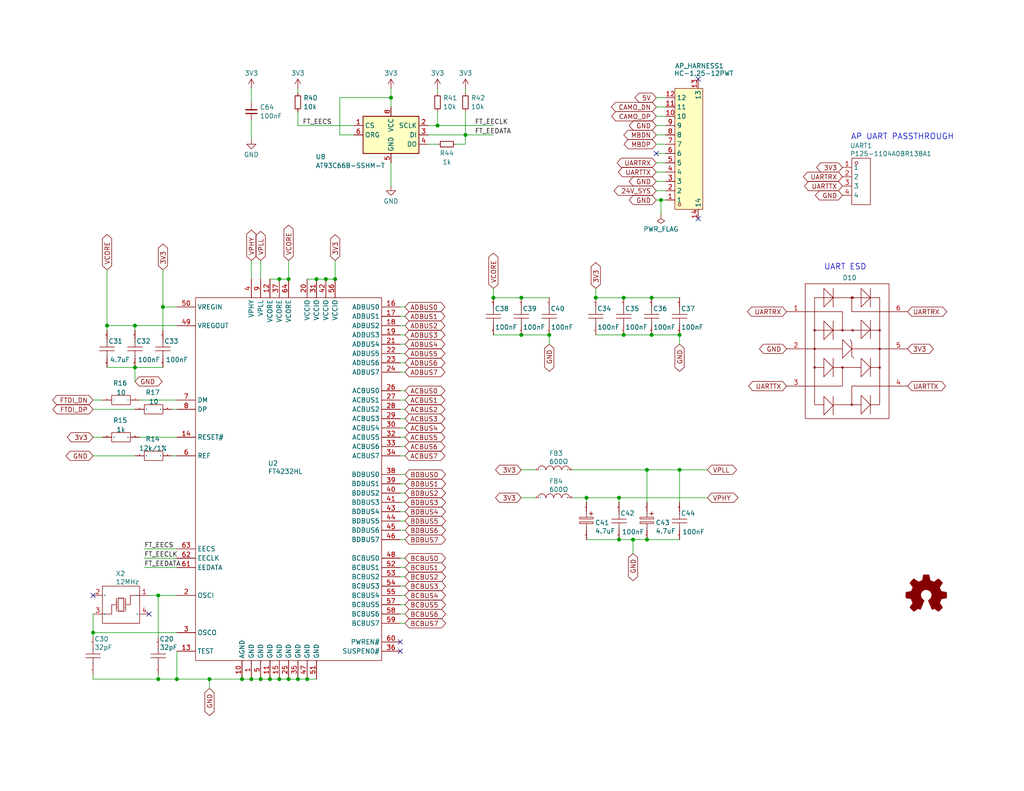
<source format=kicad_sch>
(kicad_sch (version 20231120) (generator "eeschema") (generator_version "8.0")
  (paper "USLetter")
  (title_block (title "X1Plus Expansion Board: X1P-002") (rev "X1P-002-B01"))
  (lib_symbols
    (symbol "4.7uF_1"
      (property "Reference" "C?" (at 0 0 0))
      (symbol "4.7uF_1_1_0"
        (pin unspecified line (at -5.08 0 0) (length 2.54) (name "1") (number "1"))
        (pin unspecified line (at 5.08 0 180) (length 2.54) (name "2") (number "2"))
      )
    )
    (symbol "4.7uF_2"
      (property "Reference" "C?" (at 0 0 0))
      (symbol "4.7uF_2_1_0"
        (pin unspecified line (at -5.08 0 0) (length 2.54) (name "1") (number "1"))
        (pin unspecified line (at 5.08 0 180) (length 2.54) (name "2") (number "2"))
      )
    )
    (symbol "Device:C_Small" (pin_numbers hide) (pin_names (offset 0.254) hide)
      (property "Reference" "C" (at 0.254 1.778 0))
      (property "Value" "C_Small" (at 0.254 -2.032 0))
      (symbol "C_Small_1_1"
        (pin passive line (at 0 2.54 270) (length 2.032) (name "~") (number "1"))
        (pin passive line (at 0 -2.54 90) (length 2.032) (name "~") (number "2"))
      )
    )
    (symbol "Device:R_Small" (pin_numbers hide) (pin_names (offset 0.254) hide)
      (property "Reference" "R" (at 0.762 0.508 0))
      (property "Value" "R_Small" (at 0.762 -1.016 0))
      (symbol "R_Small_1_1"
        (pin passive line (at 0 2.54 270) (length 0.762) (name "~") (number "1"))
        (pin passive line (at 0 -2.54 90) (length 0.762) (name "~") (number "2"))
      )
    )
    (symbol "Graphic:Logo_Open_Hardware_Small" (in_bom no) (on_board no))
    (symbol "Memory_EEPROM:93CxxA"
      (property "Reference" "U5" (at 2.1941 9.2245 0))
      (property "Value" "M93C86-WMN6TP" (at 2.1941 6.8002 0))
      (symbol "93CxxA_1_1"
        (pin input line (at -10.16 2.54 0) (length 2.54) (name "CS") (number "1"))
        (pin input line (at 10.16 2.54 180) (length 2.54) (name "SCLK") (number "2"))
        (pin input line (at 10.16 0 180) (length 2.54) (name "DI") (number "3"))
        (pin tri_state line (at 10.16 -2.54 180) (length 2.54) (name "DO") (number "4"))
        (pin power_in line (at 0 -7.62 90) (length 2.54) (name "GND") (number "5"))
        (pin input line (at -10.16 0 0) (length 2.54) (name "ORG") (number "6"))
        (pin no_connect line (at -7.62 -2.54 0) (length 2.54) hide (name "NC") (number "7"))
        (pin power_in line (at 0 7.62 270) (length 2.54) (name "VCC") (number "8"))
      )
    )
    (symbol "power:+24V" (power) (pin_numbers hide) (pin_names (offset 0) hide)
      (property "Value" "+24V" (at 0 3.556 0))
      (symbol "+24V_1_1"
        (pin power_in line (at 0 0 90) (length 0) (name "~") (number "1"))
      )
    )
    (symbol "power:GND" (power) (pin_numbers hide) (pin_names (offset 0) hide)
      (property "Value" "GND" (at 0 -3.81 0))
      (symbol "GND_1_1"
        (pin power_in line (at 0 0 270) (length 0) (name "~") (number "1"))
      )
    )
    (symbol "power:PWR_FLAG" (power) (pin_numbers hide) (pin_names (offset 0) hide)
      (property "Value" "PWR_FLAG" (at 0 3.81 0))
      (symbol "PWR_FLAG_0_0"
        (pin power_out line (at 0 0 90) (length 0) (name "~") (number "1"))
      )
    )
    (symbol "x1-expander:10"
      (property "Reference" "R?" (at 0 0 0))
      (symbol "10_1_0"
        (pin unspecified line (at -5.08 0 0) (length 2.54) (name "1") (number "1"))
        (pin unspecified line (at 5.08 0 180) (length 2.54) (name "2") (number "2"))
      )
    )
    (symbol "x1-expander:100nF"
      (property "Reference" "C?" (at 0 0 0))
      (symbol "100nF_1_0"
        (pin unspecified line (at -5.08 0 0) (length 2.54) (name "1") (number "1"))
        (pin unspecified line (at 5.08 0 180) (length 2.54) (name "2") (number "2"))
      )
    )
    (symbol "x1-expander:12MHz"
      (property "Reference" "X?" (at 0 0 0))
      (symbol "12MHz_1_0"
        (pin unspecified line (at -7.62 -2.54 0) (length 2.54) (name "OSC1") (number "1"))
        (pin unspecified line (at 7.62 -2.54 180) (length 2.54) (name "GND") (number "2"))
        (pin unspecified line (at 7.62 2.54 180) (length 2.54) (name "OSC2") (number "3"))
        (pin unspecified line (at -7.62 2.54 0) (length 2.54) (name "GND") (number "4"))
      )
    )
    (symbol "x1-expander:12k/1%"
      (property "Reference" "R?" (at 0 0 0))
      (symbol "12k/1%_1_0"
        (pin unspecified line (at -5.08 0 0) (length 2.54) (name "1") (number "1"))
        (pin unspecified line (at 5.08 0 180) (length 2.54) (name "2") (number "2"))
      )
    )
    (symbol "x1-expander:1k"
      (property "Reference" "R?" (at 0 0 0))
      (symbol "1k_1_0"
        (pin unspecified line (at -5.08 0 0) (length 2.54) (name "1") (number "1"))
        (pin unspecified line (at 5.08 0 180) (length 2.54) (name "2") (number "2"))
      )
    )
    (symbol "x1-expander:30pF"
      (property "Reference" "C?" (at 0 0 0))
      (symbol "30pF_1_0"
        (pin unspecified line (at -5.08 0 0) (length 2.54) (name "1") (number "1"))
        (pin unspecified line (at 5.08 0 180) (length 2.54) (name "2") (number "2"))
      )
    )
    (symbol "x1-expander:4.7uF"
      (property "Reference" "C?" (at 0 0 0))
      (symbol "4.7uF_1_0"
        (pin unspecified line (at -5.08 0 0) (length 2.54) (name "1") (number "1"))
        (pin unspecified line (at 5.08 0 180) (length 2.54) (name "2") (number "2"))
      )
    )
    (symbol "x1-expander:600Ω"
      (property "Reference" "FB?" (at 0 0 0))
      (symbol "600Ω_1_0"
        (pin unspecified line (at -5.08 0 0) (length 0.762) (name "1") (number "1"))
        (pin unspecified line (at 5.08 0 180) (length 0.762) (name "2") (number "2"))
      )
    )
    (symbol "x1-expander:FT2232HL"
      (property "Reference" "U?" (at 0 0 0))
      (symbol "FT2232HL_1_0"
        (pin unspecified line (at -10.16 -54.61 90) (length 5.08) (name "GND") (number "1"))
        (pin unspecified line (at -12.7 -54.61 90) (length 5.08) (name "AGND") (number "10"))
        (pin unspecified line (at -5.08 -54.61 90) (length 5.08) (name "GND") (number "11"))
        (pin unspecified line (at -5.08 54.61 270) (length 5.08) (name "VCORE") (number "12"))
        (pin unspecified line (at -30.48 -46.99 0) (length 5.08) (name "TEST") (number "13"))
        (pin unspecified line (at -30.48 11.43 0) (length 5.08) (name "RESET#") (number "14"))
        (pin unspecified line (at -2.54 -54.61 90) (length 5.08) (name "GND") (number "15"))
        (pin bidirectional line (at 30.48 46.99 180) (length 5.08) (name "ADBUS0") (number "16"))
        (pin bidirectional line (at 30.48 44.45 180) (length 5.08) (name "ADBUS1") (number "17"))
        (pin bidirectional line (at 30.48 41.91 180) (length 5.08) (name "ADBUS2") (number "18"))
        (pin bidirectional line (at 30.48 39.37 180) (length 5.08) (name "ADBUS3") (number "19"))
        (pin unspecified line (at -30.48 -31.75 0) (length 5.08) (name "OSCI") (number "2"))
        (pin unspecified line (at 5.08 54.61 270) (length 5.08) (name "VCCIO") (number "20"))
        (pin bidirectional line (at 30.48 36.83 180) (length 5.08) (name "ADBUS4") (number "21"))
        (pin bidirectional line (at 30.48 34.29 180) (length 5.08) (name "ADBUS5") (number "22"))
        (pin bidirectional line (at 30.48 31.75 180) (length 5.08) (name "ADBUS6") (number "23"))
        (pin bidirectional line (at 30.48 29.21 180) (length 5.08) (name "ADBUS7") (number "24"))
        (pin unspecified line (at 0 -54.61 90) (length 5.08) (name "GND") (number "25"))
        (pin bidirectional line (at 30.48 24.13 180) (length 5.08) (name "ACBUS0") (number "26"))
        (pin bidirectional line (at 30.48 21.59 180) (length 5.08) (name "ACBUS1") (number "27"))
        (pin bidirectional line (at 30.48 19.05 180) (length 5.08) (name "ACBUS2") (number "28"))
        (pin bidirectional line (at 30.48 16.51 180) (length 5.08) (name "ACBUS3") (number "29"))
        (pin output line (at -30.48 -41.91 0) (length 5.08) (name "OSCO") (number "3"))
        (pin bidirectional line (at 30.48 13.97 180) (length 5.08) (name "ACBUS4") (number "30"))
        (pin unspecified line (at 7.62 54.61 270) (length 5.08) (name "VCCIO") (number "31"))
        (pin bidirectional line (at 30.48 11.43 180) (length 5.08) (name "ACBUS5") (number "32"))
        (pin bidirectional line (at 30.48 8.89 180) (length 5.08) (name "ACBUS6") (number "33"))
        (pin bidirectional line (at 30.48 6.35 180) (length 5.08) (name "ACBUS7") (number "34"))
        (pin unspecified line (at 2.54 -54.61 90) (length 5.08) (name "GND") (number "35"))
        (pin output line (at 30.48 -46.99 180) (length 5.08) (name "SUSPEND#") (number "36"))
        (pin unspecified line (at -2.54 54.61 270) (length 5.08) (name "VCORE") (number "37"))
        (pin bidirectional line (at 30.48 1.27 180) (length 5.08) (name "BDBUS0") (number "38"))
        (pin bidirectional line (at 30.48 -1.27 180) (length 5.08) (name "BDBUS1") (number "39"))
        (pin unspecified line (at -10.16 54.61 270) (length 5.08) (name "VPHY") (number "4"))
        (pin bidirectional line (at 30.48 -3.81 180) (length 5.08) (name "BDBUS2") (number "40"))
        (pin bidirectional line (at 30.48 -6.35 180) (length 5.08) (name "BDBUS3") (number "41"))
        (pin unspecified line (at 10.16 54.61 270) (length 5.08) (name "VCCIO") (number "42"))
        (pin bidirectional line (at 30.48 -8.89 180) (length 5.08) (name "BDBUS4") (number "43"))
        (pin bidirectional line (at 30.48 -11.43 180) (length 5.08) (name "BDBUS5") (number "44"))
        (pin bidirectional line (at 30.48 -13.97 180) (length 5.08) (name "BDBUS6") (number "45"))
        (pin bidirectional line (at 30.48 -16.51 180) (length 5.08) (name "BDBUS7") (number "46"))
        (pin unspecified line (at 5.08 -54.61 90) (length 5.08) (name "GND") (number "47"))
        (pin bidirectional line (at 30.48 -21.59 180) (length 5.08) (name "BCBUS0") (number "48"))
        (pin unspecified line (at -30.48 41.91 0) (length 5.08) (name "VREGOUT") (number "49"))
        (pin unspecified line (at -7.62 -54.61 90) (length 5.08) (name "GND") (number "5"))
        (pin unspecified line (at -30.48 46.99 0) (length 5.08) (name "VREGIN") (number "50"))
        (pin unspecified line (at 7.62 -54.61 90) (length 5.08) (name "GND") (number "51"))
        (pin bidirectional line (at 30.48 -24.13 180) (length 5.08) (name "BCBUS1") (number "52"))
        (pin bidirectional line (at 30.48 -26.67 180) (length 5.08) (name "BCBUS2") (number "53"))
        (pin bidirectional line (at 30.48 -29.21 180) (length 5.08) (name "BCBUS3") (number "54"))
        (pin bidirectional line (at 30.48 -31.75 180) (length 5.08) (name "BCBUS4") (number "55"))
        (pin unspecified line (at 12.7 54.61 270) (length 5.08) (name "VCCIO") (number "56"))
        (pin bidirectional line (at 30.48 -34.29 180) (length 5.08) (name "BCBUS5") (number "57"))
        (pin bidirectional line (at 30.48 -36.83 180) (length 5.08) (name "BCBUS6") (number "58"))
        (pin bidirectional line (at 30.48 -39.37 180) (length 5.08) (name "BCBUS7") (number "59"))
        (pin unspecified line (at -30.48 6.35 0) (length 5.08) (name "REF") (number "6"))
        (pin output line (at 30.48 -44.45 180) (length 5.08) (name "PWREN#") (number "60"))
        (pin bidirectional line (at -30.48 -24.13 0) (length 5.08) (name "EEDATA") (number "61"))
        (pin output line (at -30.48 -21.59 0) (length 5.08) (name "EECLK") (number "62"))
        (pin bidirectional line (at -30.48 -19.05 0) (length 5.08) (name "EECS") (number "63"))
        (pin unspecified line (at 0 54.61 270) (length 5.08) (name "VCORE") (number "64"))
        (pin unspecified line (at -30.48 21.59 0) (length 5.08) (name "DM") (number "7"))
        (pin unspecified line (at -30.48 19.05 0) (length 5.08) (name "DP") (number "8"))
        (pin unspecified line (at -7.62 54.61 270) (length 5.08) (name "VPLL") (number "9"))
      )
    )
    (symbol "x1-expander:HC-1.25-12PWT"
      (property "Reference" "CN" (at 0 24.13 0))
      (property "Value" "HC-1.25-12PWT" (at 0 -24.13 0))
      (symbol "HC-1.25-12PWT_0_1"
        (pin unspecified line (at -5.08 13.97 0) (length 2.54) (name "1") (number "1"))
        (pin unspecified line (at -5.08 -8.89 0) (length 2.54) (name "10") (number "10"))
        (pin unspecified line (at -5.08 -11.43 0) (length 2.54) (name "11") (number "11"))
        (pin unspecified line (at -5.08 -13.97 0) (length 2.54) (name "12") (number "12"))
        (pin unspecified line (at 3.81 -19.05 90) (length 2.54) (name "13") (number "13"))
        (pin unspecified line (at 3.81 19.05 270) (length 2.54) (name "14") (number "14"))
        (pin unspecified line (at -5.08 11.43 0) (length 2.54) (name "2") (number "2"))
        (pin unspecified line (at -5.08 8.89 0) (length 2.54) (name "3") (number "3"))
        (pin unspecified line (at -5.08 6.35 0) (length 2.54) (name "4") (number "4"))
        (pin unspecified line (at -5.08 3.81 0) (length 2.54) (name "5") (number "5"))
        (pin unspecified line (at -5.08 1.27 0) (length 2.54) (name "6") (number "6"))
        (pin unspecified line (at -5.08 -1.27 0) (length 2.54) (name "7") (number "7"))
        (pin unspecified line (at -5.08 -3.81 0) (length 2.54) (name "8") (number "8"))
        (pin unspecified line (at -5.08 -6.35 0) (length 2.54) (name "9") (number "9"))
      )
    )
    (symbol "x1-expander:P125-1104A0BR138A1"
      (property "Reference" "UART?" (at 0 0 0))
      (symbol "P125-1104A0BR138A1_1_0"
        (pin unspecified line (at -5.08 3.81 0) (length 2.54) (name "1") (number "1"))
        (pin unspecified line (at -5.08 1.27 0) (length 2.54) (name "2") (number "2"))
        (pin unspecified line (at -5.08 -1.27 0) (length 2.54) (name "3") (number "3"))
        (pin unspecified line (at -5.08 -3.81 0) (length 2.54) (name "4") (number "4"))
      )
    )
    (symbol "x1-expander:SRV05-4.TCT_C2687126"
      (property "Reference" "D?" (at 0 0 0))
      (symbol "SRV05-4.TCT_C2687126_1_0"
        (pin input line (at -10.16 -16.51 90) (length 5.08) (name "1") (number "1"))
        (pin input line (at 0 -16.51 90) (length 5.08) (name "2") (number "2"))
        (pin input line (at 10.16 -16.51 90) (length 5.08) (name "3") (number "3"))
        (pin input line (at 10.16 16.51 270) (length 5.08) (name "4") (number "4"))
        (pin input line (at 0 16.51 270) (length 5.08) (name "5") (number "5"))
        (pin input line (at -10.16 16.51 270) (length 5.08) (name "6") (number "6"))
      )
    )
  )
  (junction (at 73.66 185.42))
  (junction (at 78.74 185.42))
  (junction (at 29.21 88.9))
  (junction (at 170.18 81.28))
  (junction (at 78.74 76.2))
  (junction (at 168.91 147.32))
  (junction (at 168.91 135.89))
  (junction (at 88.9 76.2))
  (junction (at 176.53 128.27))
  (junction (at 68.58 185.42))
  (junction (at 172.72 147.32))
  (junction (at 36.83 88.9))
  (junction (at 81.28 185.42))
  (junction (at 57.15 185.42))
  (junction (at 177.8 91.44))
  (junction (at 170.18 91.44))
  (junction (at 106.68 26.67))
  (junction (at 185.42 128.27))
  (junction (at 44.45 83.82))
  (junction (at 176.53 147.32))
  (junction (at 66.04 185.42))
  (junction (at 134.62 81.28))
  (junction (at 185.42 91.44))
  (junction (at 48.26 185.42))
  (junction (at 83.82 185.42))
  (junction (at 119.38 34.29))
  (junction (at 180.34 54.61))
  (junction (at 25.4 172.72))
  (junction (at 91.44 76.2))
  (junction (at 162.56 81.28))
  (junction (at 177.8 81.28))
  (junction (at 142.24 81.28))
  (junction (at 142.24 91.44))
  (junction (at 86.36 76.2))
  (junction (at 149.86 91.44))
  (junction (at 36.83 100.33))
  (junction (at 71.12 185.42))
  (junction (at 43.18 162.56))
  (junction (at 160.02 135.89))
  (junction (at 76.2 76.2))
  (junction (at 43.18 185.42))
  (junction (at 76.2 185.42))
  (junction (at 127 36.83))
  (no_connect (at 190.5 21.59))
  (no_connect (at 109.22 177.8))
  (no_connect (at 179.07 41.91))
  (no_connect (at 109.22 175.26))
  (no_connect (at 25.4 162.56))
  (no_connect (at 40.64 167.64))
  (no_connect (at 190.5 59.69))
  (wire (pts (xy 185.42 137.16) (xy 185.42 128.27)))
  (wire (pts (xy 185.42 93.98) (xy 185.42 91.44)))
  (wire (pts (xy 127 30.48) (xy 127 36.83)))
  (wire (pts (xy 88.9 76.2) (xy 86.36 76.2)))
  (wire (pts (xy 68.58 76.2) (xy 68.58 71.12)))
  (wire (pts (xy 110.49 154.94) (xy 109.22 154.94)))
  (wire (pts (xy 181.61 29.21) (xy 179.07 29.21)))
  (wire (pts (xy 25.4 111.76) (xy 36.83 111.76)))
  (wire (pts (xy 181.61 54.61) (xy 180.34 54.61)))
  (wire (pts (xy 25.4 167.64) (xy 25.4 172.72)))
  (wire (pts (xy 68.58 33.02) (xy 68.58 38.1)))
  (wire (pts (xy 44.45 100.33) (xy 36.83 100.33)))
  (wire (pts (xy 168.91 137.16) (xy 168.91 135.89)))
  (wire (pts (xy 81.28 30.48) (xy 81.28 34.29)))
  (wire (pts (xy 91.44 71.12) (xy 91.44 76.2)))
  (wire (pts (xy 134.62 81.28) (xy 142.24 81.28)))
  (wire (pts (xy 29.21 90.17) (xy 29.21 88.9)))
  (wire (pts (xy 110.49 134.62) (xy 109.22 134.62)))
  (wire (pts (xy 39.37 149.86) (xy 48.26 149.86)))
  (wire (pts (xy 119.38 30.48) (xy 119.38 34.29)))
  (wire (pts (xy 110.49 121.92) (xy 109.22 121.92)))
  (wire (pts (xy 149.86 91.44) (xy 142.24 91.44)))
  (wire (pts (xy 160.02 147.32) (xy 168.91 147.32)))
  (wire (pts (xy 177.8 91.44) (xy 170.18 91.44)))
  (wire (pts (xy 110.49 165.1) (xy 109.22 165.1)))
  (wire (pts (xy 180.34 54.61) (xy 180.34 58.42)))
  (wire (pts (xy 71.12 185.42) (xy 73.66 185.42)))
  (wire (pts (xy 38.1 109.22) (xy 48.26 109.22)))
  (wire (pts (xy 71.12 76.2) (xy 71.12 71.12)))
  (wire (pts (xy 168.91 147.32) (xy 172.72 147.32)))
  (wire (pts (xy 68.58 24.13) (xy 68.58 27.94)))
  (wire (pts (xy 149.86 93.98) (xy 149.86 91.44)))
  (wire (pts (xy 156.21 128.27) (xy 176.53 128.27)))
  (wire (pts (xy 124.46 39.37) (xy 127 39.37)))
  (wire (pts (xy 83.82 185.42) (xy 86.36 185.42)))
  (wire (pts (xy 81.28 185.42) (xy 83.82 185.42)))
  (wire (pts (xy 36.83 104.14) (xy 36.83 100.33)))
  (wire (pts (xy 181.61 31.75) (xy 179.07 31.75)))
  (wire (pts (xy 86.36 76.2) (xy 83.82 76.2)))
  (wire (pts (xy 106.68 44.45) (xy 106.68 50.8)))
  (wire (pts (xy 110.49 160.02) (xy 109.22 160.02)))
  (wire (pts (xy 177.8 81.28) (xy 170.18 81.28)))
  (wire (pts (xy 48.26 154.94) (xy 39.37 154.94)))
  (wire (pts (xy 127 36.83) (xy 134.62 36.83)))
  (wire (pts (xy 25.4 185.42) (xy 43.18 185.42)))
  (wire (pts (xy 96.52 34.29) (xy 81.28 34.29)))
  (wire (pts (xy 193.04 135.89) (xy 168.91 135.89)))
  (wire (pts (xy 172.72 151.13) (xy 172.72 147.32)))
  (wire (pts (xy 110.49 142.24) (xy 109.22 142.24)))
  (wire (pts (xy 116.84 36.83) (xy 127 36.83)))
  (wire (pts (xy 181.61 41.91) (xy 179.07 41.91)))
  (wire (pts (xy 68.58 185.42) (xy 71.12 185.42)))
  (wire (pts (xy 106.68 26.67) (xy 106.68 29.21)))
  (wire (pts (xy 110.49 109.22) (xy 109.22 109.22)))
  (wire (pts (xy 78.74 76.2) (xy 76.2 76.2)))
  (wire (pts (xy 25.4 124.46) (xy 36.83 124.46)))
  (wire (pts (xy 119.38 24.13) (xy 119.38 25.4)))
  (wire (pts (xy 43.18 185.42) (xy 48.26 185.42)))
  (wire (pts (xy 181.61 34.29) (xy 179.07 34.29)))
  (wire (pts (xy 110.49 93.98) (xy 109.22 93.98)))
  (wire (pts (xy 76.2 185.42) (xy 78.74 185.42)))
  (wire (pts (xy 179.07 52.07) (xy 181.61 52.07)))
  (wire (pts (xy 91.44 76.2) (xy 88.9 76.2)))
  (wire (pts (xy 181.61 26.67) (xy 179.07 26.67)))
  (wire (pts (xy 48.26 88.9) (xy 36.83 88.9)))
  (wire (pts (xy 110.49 162.56) (xy 109.22 162.56)))
  (wire (pts (xy 170.18 91.44) (xy 162.56 91.44)))
  (wire (pts (xy 48.26 162.56) (xy 43.18 162.56)))
  (wire (pts (xy 110.49 170.18) (xy 109.22 170.18)))
  (wire (pts (xy 66.04 185.42) (xy 68.58 185.42)))
  (wire (pts (xy 181.61 49.53) (xy 179.07 49.53)))
  (wire (pts (xy 110.49 137.16) (xy 109.22 137.16)))
  (wire (pts (xy 110.49 124.46) (xy 109.22 124.46)))
  (wire (pts (xy 25.4 172.72) (xy 48.26 172.72)))
  (wire (pts (xy 25.4 184.15) (xy 25.4 185.42)))
  (wire (pts (xy 127 24.13) (xy 127 25.4)))
  (wire (pts (xy 110.49 106.68) (xy 109.22 106.68)))
  (wire (pts (xy 110.49 91.44) (xy 109.22 91.44)))
  (wire (pts (xy 57.15 185.42) (xy 66.04 185.42)))
  (wire (pts (xy 29.21 73.66) (xy 29.21 88.9)))
  (wire (pts (xy 134.62 78.74) (xy 134.62 81.28)))
  (wire (pts (xy 146.05 135.89) (xy 142.24 135.89)))
  (wire (pts (xy 44.45 90.17) (xy 44.45 83.82)))
  (wire (pts (xy 92.71 36.83) (xy 92.71 26.67)))
  (wire (pts (xy 168.91 135.89) (xy 160.02 135.89)))
  (wire (pts (xy 142.24 128.27) (xy 146.05 128.27)))
  (wire (pts (xy 48.26 177.8) (xy 48.26 185.42)))
  (wire (pts (xy 43.18 173.99) (xy 43.18 162.56)))
  (wire (pts (xy 176.53 137.16) (xy 176.53 128.27)))
  (wire (pts (xy 43.18 162.56) (xy 40.64 162.56)))
  (wire (pts (xy 176.53 147.32) (xy 185.42 147.32)))
  (wire (pts (xy 43.18 184.15) (xy 43.18 185.42)))
  (wire (pts (xy 110.49 111.76) (xy 109.22 111.76)))
  (wire (pts (xy 25.4 109.22) (xy 27.94 109.22)))
  (wire (pts (xy 96.52 36.83) (xy 92.71 36.83)))
  (wire (pts (xy 110.49 99.06) (xy 109.22 99.06)))
  (wire (pts (xy 185.42 128.27) (xy 193.04 128.27)))
  (wire (pts (xy 57.15 187.96) (xy 57.15 185.42)))
  (wire (pts (xy 81.28 24.13) (xy 81.28 25.4)))
  (wire (pts (xy 181.61 39.37) (xy 179.07 39.37)))
  (wire (pts (xy 106.68 24.13) (xy 106.68 26.67)))
  (wire (pts (xy 176.53 128.27) (xy 185.42 128.27)))
  (wire (pts (xy 119.38 34.29) (xy 134.62 34.29)))
  (wire (pts (xy 25.4 119.38) (xy 27.94 119.38)))
  (wire (pts (xy 110.49 147.32) (xy 109.22 147.32)))
  (wire (pts (xy 46.99 124.46) (xy 48.26 124.46)))
  (wire (pts (xy 110.49 152.4) (xy 109.22 152.4)))
  (wire (pts (xy 172.72 147.32) (xy 176.53 147.32)))
  (wire (pts (xy 25.4 173.99) (xy 25.4 172.72)))
  (wire (pts (xy 110.49 129.54) (xy 109.22 129.54)))
  (wire (pts (xy 36.83 88.9) (xy 36.83 90.17)))
  (wire (pts (xy 156.21 135.89) (xy 160.02 135.89)))
  (wire (pts (xy 29.21 88.9) (xy 36.83 88.9)))
  (wire (pts (xy 44.45 73.66) (xy 44.45 83.82)))
  (wire (pts (xy 38.1 119.38) (xy 48.26 119.38)))
  (wire (pts (xy 181.61 36.83) (xy 179.07 36.83)))
  (wire (pts (xy 110.49 139.7) (xy 109.22 139.7)))
  (wire (pts (xy 73.66 185.42) (xy 76.2 185.42)))
  (wire (pts (xy 110.49 157.48) (xy 109.22 157.48)))
  (wire (pts (xy 185.42 91.44) (xy 177.8 91.44)))
  (wire (pts (xy 185.42 81.28) (xy 177.8 81.28)))
  (wire (pts (xy 110.49 114.3) (xy 109.22 114.3)))
  (wire (pts (xy 110.49 119.38) (xy 109.22 119.38)))
  (wire (pts (xy 116.84 39.37) (xy 119.38 39.37)))
  (wire (pts (xy 110.49 116.84) (xy 109.22 116.84)))
  (wire (pts (xy 48.26 185.42) (xy 57.15 185.42)))
  (wire (pts (xy 110.49 132.08) (xy 109.22 132.08)))
  (wire (pts (xy 76.2 76.2) (xy 73.66 76.2)))
  (wire (pts (xy 39.37 152.4) (xy 48.26 152.4)))
  (wire (pts (xy 110.49 88.9) (xy 109.22 88.9)))
  (wire (pts (xy 170.18 81.28) (xy 162.56 81.28)))
  (wire (pts (xy 116.84 34.29) (xy 119.38 34.29)))
  (wire (pts (xy 142.24 91.44) (xy 134.62 91.44)))
  (wire (pts (xy 127 39.37) (xy 127 36.83)))
  (wire (pts (xy 36.83 100.33) (xy 29.21 100.33)))
  (wire (pts (xy 160.02 135.89) (xy 160.02 137.16)))
  (wire (pts (xy 44.45 83.82) (xy 48.26 83.82)))
  (wire (pts (xy 110.49 96.52) (xy 109.22 96.52)))
  (wire (pts (xy 181.61 44.45) (xy 179.07 44.45)))
  (wire (pts (xy 142.24 81.28) (xy 149.86 81.28)))
  (wire (pts (xy 110.49 101.6) (xy 109.22 101.6)))
  (wire (pts (xy 110.49 86.36) (xy 109.22 86.36)))
  (wire (pts (xy 162.56 81.28) (xy 162.56 78.74)))
  (wire (pts (xy 92.71 26.67) (xy 106.68 26.67)))
  (wire (pts (xy 110.49 167.64) (xy 109.22 167.64)))
  (wire (pts (xy 180.34 54.61) (xy 179.07 54.61)))
  (wire (pts (xy 110.49 83.82) (xy 109.22 83.82)))
  (wire (pts (xy 78.74 71.12) (xy 78.74 76.2)))
  (wire (pts (xy 46.99 111.76) (xy 48.26 111.76)))
  (wire (pts (xy 181.61 46.99) (xy 179.07 46.99)))
  (wire (pts (xy 78.74 185.42) (xy 81.28 185.42)))
  (wire (pts (xy 110.49 144.78) (xy 109.22 144.78)))
  (text "UART ESD" (at 224.79 73.914 0) (effects (font (size 1.5748 1.5748)) (justify left bottom)))
  (text "AP UART PASSTHROUGH" (at 232.156 38.354 0) (effects (font (size 1.5748 1.5748)) (justify left bottom)))
  (label "FT_EEDATA" (at 129.54 36.83 0))
  (label "FT_EECS" (at 82.55 34.29 0))
  (label "FT_EEDATA" (at 39.37 154.94 0))
  (label "FT_EECLK" (at 129.54 34.29 0))
  (label "FT_EECS" (at 39.37 149.86 0))
  (label "FT_EECLK" (at 39.37 152.4 0))
  (global_label "ADBUS7" (shape bidirectional) (at 110.49 101.6 0) (property "Intersheetrefs" "${INTERSHEET_REFS}" (effects (hide yes))))
  (global_label "BDBUS4" (shape bidirectional) (at 110.49 139.7 0) (property "Intersheetrefs" "${INTERSHEET_REFS}" (effects (hide yes))))
  (global_label "FTDI_DP" (shape bidirectional) (at 25.4 111.76 180) (property "Intersheetrefs" "${INTERSHEET_REFS}" (effects (hide yes))))
  (global_label "3V3" (shape bidirectional) (at 247.65 95.25 0) (property "Intersheetrefs" "${INTERSHEET_REFS}" (effects (hide yes))))
  (global_label "UARTTX" (shape bidirectional) (at 229.87 50.8 180) (property "Intersheetrefs" "${INTERSHEET_REFS}" (effects (hide yes))))
  (global_label "24V_SYS" (shape bidirectional) (at 179.07 52.07 180) (property "Intersheetrefs" "${INTERSHEET_REFS}" (effects (hide yes))))
  (global_label "ACBUS4" (shape bidirectional) (at 110.49 116.84 0) (property "Intersheetrefs" "${INTERSHEET_REFS}" (effects (hide yes))))
  (global_label "ADBUS3" (shape bidirectional) (at 110.49 91.44 0) (property "Intersheetrefs" "${INTERSHEET_REFS}" (effects (hide yes))))
  (global_label "BDBUS3" (shape bidirectional) (at 110.49 137.16 0) (property "Intersheetrefs" "${INTERSHEET_REFS}" (effects (hide yes))))
  (global_label "BCBUS7" (shape bidirectional) (at 110.49 170.18 0) (property "Intersheetrefs" "${INTERSHEET_REFS}" (effects (hide yes))))
  (global_label "ACBUS1" (shape bidirectional) (at 110.49 109.22 0) (property "Intersheetrefs" "${INTERSHEET_REFS}" (effects (hide yes))))
  (global_label "ACBUS7" (shape bidirectional) (at 110.49 124.46 0) (property "Intersheetrefs" "${INTERSHEET_REFS}" (effects (hide yes))))
  (global_label "UARTTX" (shape bidirectional) (at 179.07 46.99 180) (property "Intersheetrefs" "${INTERSHEET_REFS}" (effects (hide yes))))
  (global_label "VPLL" (shape bidirectional) (at 193.04 128.27 0) (property "Intersheetrefs" "${INTERSHEET_REFS}" (effects (hide yes))))
  (global_label "3V3" (shape bidirectional) (at 229.87 45.72 180) (property "Intersheetrefs" "${INTERSHEET_REFS}" (effects (hide yes))))
  (global_label "ADBUS6" (shape bidirectional) (at 110.49 99.06 0) (property "Intersheetrefs" "${INTERSHEET_REFS}" (effects (hide yes))))
  (global_label "GND" (shape bidirectional) (at 149.86 93.98 270) (property "Intersheetrefs" "${INTERSHEET_REFS}" (effects (hide yes))))
  (global_label "GND" (shape bidirectional) (at 172.72 151.13 270) (property "Intersheetrefs" "${INTERSHEET_REFS}" (effects (hide yes))))
  (global_label "3V3" (shape bidirectional) (at 25.4 119.38 180) (property "Intersheetrefs" "${INTERSHEET_REFS}" (effects (hide yes))))
  (global_label "ADBUS1" (shape bidirectional) (at 110.49 86.36 0) (property "Intersheetrefs" "${INTERSHEET_REFS}" (effects (hide yes))))
  (global_label "5V" (shape bidirectional) (at 179.07 26.67 180) (property "Intersheetrefs" "${INTERSHEET_REFS}" (effects (hide yes))))
  (global_label "GND" (shape bidirectional) (at 179.07 34.29 180) (property "Intersheetrefs" "${INTERSHEET_REFS}" (effects (hide yes))))
  (global_label "UARTRX" (shape bidirectional) (at 214.63 85.09 180) (property "Intersheetrefs" "${INTERSHEET_REFS}" (effects (hide yes))))
  (global_label "MBDN" (shape bidirectional) (at 179.07 36.83 180) (property "Intersheetrefs" "${INTERSHEET_REFS}" (effects (hide yes))))
  (global_label "GND" (shape bidirectional) (at 179.07 54.61 180) (property "Intersheetrefs" "${INTERSHEET_REFS}" (effects (hide yes))))
  (global_label "GND" (shape bidirectional) (at 214.63 95.25 180) (property "Intersheetrefs" "${INTERSHEET_REFS}" (effects (hide yes))))
  (global_label "VPHY" (shape bidirectional) (at 68.58 71.12 90) (property "Intersheetrefs" "${INTERSHEET_REFS}" (effects (hide yes))))
  (global_label "BDBUS5" (shape bidirectional) (at 110.49 142.24 0) (property "Intersheetrefs" "${INTERSHEET_REFS}" (effects (hide yes))))
  (global_label "CAMO_DP" (shape bidirectional) (at 179.07 31.75 180) (property "Intersheetrefs" "${INTERSHEET_REFS}" (effects (hide yes))))
  (global_label "3V3" (shape bidirectional) (at 91.44 71.12 90) (property "Intersheetrefs" "${INTERSHEET_REFS}" (effects (hide yes))))
  (global_label "BCBUS4" (shape bidirectional) (at 110.49 162.56 0) (property "Intersheetrefs" "${INTERSHEET_REFS}" (effects (hide yes))))
  (global_label "GND" (shape bidirectional) (at 179.07 49.53 180) (property "Intersheetrefs" "${INTERSHEET_REFS}" (effects (hide yes))))
  (global_label "BCBUS5" (shape bidirectional) (at 110.49 165.1 0) (property "Intersheetrefs" "${INTERSHEET_REFS}" (effects (hide yes))))
  (global_label "VCORE" (shape bidirectional) (at 134.62 78.74 90) (property "Intersheetrefs" "${INTERSHEET_REFS}" (effects (hide yes))))
  (global_label "VPLL" (shape bidirectional) (at 71.12 71.12 90) (property "Intersheetrefs" "${INTERSHEET_REFS}" (effects (hide yes))))
  (global_label "GND" (shape bidirectional) (at 57.15 187.96 270) (property "Intersheetrefs" "${INTERSHEET_REFS}" (effects (hide yes))))
  (global_label "ACBUS5" (shape bidirectional) (at 110.49 119.38 0) (property "Intersheetrefs" "${INTERSHEET_REFS}" (effects (hide yes))))
  (global_label "BDBUS7" (shape bidirectional) (at 110.49 147.32 0) (property "Intersheetrefs" "${INTERSHEET_REFS}" (effects (hide yes))))
  (global_label "UARTTX" (shape bidirectional) (at 247.65 105.41 0) (property "Intersheetrefs" "${INTERSHEET_REFS}" (effects (hide yes))))
  (global_label "CAMO_DN" (shape bidirectional) (at 179.07 29.21 180) (property "Intersheetrefs" "${INTERSHEET_REFS}" (effects (hide yes))))
  (global_label "MBDP" (shape bidirectional) (at 179.07 39.37 180) (property "Intersheetrefs" "${INTERSHEET_REFS}" (effects (hide yes))))
  (global_label "GND" (shape bidirectional) (at 185.42 93.98 270) (property "Intersheetrefs" "${INTERSHEET_REFS}" (effects (hide yes))))
  (global_label "BDBUS2" (shape bidirectional) (at 110.49 134.62 0) (property "Intersheetrefs" "${INTERSHEET_REFS}" (effects (hide yes))))
  (global_label "3V3" (shape bidirectional) (at 44.45 73.66 90) (property "Intersheetrefs" "${INTERSHEET_REFS}" (effects (hide yes))))
  (global_label "BCBUS3" (shape bidirectional) (at 110.49 160.02 0) (property "Intersheetrefs" "${INTERSHEET_REFS}" (effects (hide yes))))
  (global_label "ACBUS6" (shape bidirectional) (at 110.49 121.92 0) (property "Intersheetrefs" "${INTERSHEET_REFS}" (effects (hide yes))))
  (global_label "VCORE" (shape bidirectional) (at 78.74 71.12 90) (property "Intersheetrefs" "${INTERSHEET_REFS}" (effects (hide yes))))
  (global_label "ADBUS0" (shape bidirectional) (at 110.49 83.82 0) (property "Intersheetrefs" "${INTERSHEET_REFS}" (effects (hide yes))))
  (global_label "GND" (shape bidirectional) (at 229.87 53.34 180) (property "Intersheetrefs" "${INTERSHEET_REFS}" (effects (hide yes))))
  (global_label "VCORE" (shape bidirectional) (at 29.21 73.66 90) (property "Intersheetrefs" "${INTERSHEET_REFS}" (effects (hide yes))))
  (global_label "ADBUS2" (shape bidirectional) (at 110.49 88.9 0) (property "Intersheetrefs" "${INTERSHEET_REFS}" (effects (hide yes))))
  (global_label "BCBUS6" (shape bidirectional) (at 110.49 167.64 0) (property "Intersheetrefs" "${INTERSHEET_REFS}" (effects (hide yes))))
  (global_label "UARTRX" (shape bidirectional) (at 229.87 48.26 180) (property "Intersheetrefs" "${INTERSHEET_REFS}" (effects (hide yes))))
  (global_label "ADBUS4" (shape bidirectional) (at 110.49 93.98 0) (property "Intersheetrefs" "${INTERSHEET_REFS}" (effects (hide yes))))
  (global_label "3V3" (shape bidirectional) (at 162.56 78.74 90) (property "Intersheetrefs" "${INTERSHEET_REFS}" (effects (hide yes))))
  (global_label "VPHY" (shape bidirectional) (at 193.04 135.89 0) (property "Intersheetrefs" "${INTERSHEET_REFS}" (effects (hide yes))))
  (global_label "BCBUS1" (shape bidirectional) (at 110.49 154.94 0) (property "Intersheetrefs" "${INTERSHEET_REFS}" (effects (hide yes))))
  (global_label "UARTRX" (shape bidirectional) (at 179.07 44.45 180) (property "Intersheetrefs" "${INTERSHEET_REFS}" (effects (hide yes))))
  (global_label "BDBUS0" (shape bidirectional) (at 110.49 129.54 0) (property "Intersheetrefs" "${INTERSHEET_REFS}" (effects (hide yes))))
  (global_label "UARTRX" (shape bidirectional) (at 247.65 85.09 0) (property "Intersheetrefs" "${INTERSHEET_REFS}" (effects (hide yes))))
  (global_label "BDBUS6" (shape bidirectional) (at 110.49 144.78 0) (property "Intersheetrefs" "${INTERSHEET_REFS}" (effects (hide yes))))
  (global_label "3V3" (shape bidirectional) (at 142.24 135.89 180) (property "Intersheetrefs" "${INTERSHEET_REFS}" (effects (hide yes))))
  (global_label "ACBUS2" (shape bidirectional) (at 110.49 111.76 0) (property "Intersheetrefs" "${INTERSHEET_REFS}" (effects (hide yes))))
  (global_label "GND" (shape bidirectional) (at 36.83 104.14 0) (property "Intersheetrefs" "${INTERSHEET_REFS}" (effects (hide yes))))
  (global_label "3V3" (shape bidirectional) (at 142.24 128.27 180) (property "Intersheetrefs" "${INTERSHEET_REFS}" (effects (hide yes))))
  (global_label "ACBUS3" (shape bidirectional) (at 110.49 114.3 0) (property "Intersheetrefs" "${INTERSHEET_REFS}" (effects (hide yes))))
  (global_label "ACBUS0" (shape bidirectional) (at 110.49 106.68 0) (property "Intersheetrefs" "${INTERSHEET_REFS}" (effects (hide yes))))
  (global_label "BDBUS1" (shape bidirectional) (at 110.49 132.08 0) (property "Intersheetrefs" "${INTERSHEET_REFS}" (effects (hide yes))))
  (global_label "ADBUS5" (shape bidirectional) (at 110.49 96.52 0) (property "Intersheetrefs" "${INTERSHEET_REFS}" (effects (hide yes))))
  (global_label "UARTTX" (shape bidirectional) (at 214.63 105.41 180) (property "Intersheetrefs" "${INTERSHEET_REFS}" (effects (hide yes))))
  (global_label "BCBUS2" (shape bidirectional) (at 110.49 157.48 0) (property "Intersheetrefs" "${INTERSHEET_REFS}" (effects (hide yes))))
  (global_label "FTDI_DN" (shape bidirectional) (at 25.4 109.22 180) (property "Intersheetrefs" "${INTERSHEET_REFS}" (effects (hide yes))))
  (global_label "BCBUS0" (shape bidirectional) (at 110.49 152.4 0) (property "Intersheetrefs" "${INTERSHEET_REFS}" (effects (hide yes))))
  (global_label "GND" (shape bidirectional) (at 25.4 124.46 180) (property "Intersheetrefs" "${INTERSHEET_REFS}" (effects (hide yes))))
  (symbol (lib_id "power:+24V") (at 81.28 24.13 0) (unit 1)
    (property "Reference" "#PWR047" (effects (hide yes)))
    (property "Value" "3V3" (at 81.28 19.9969 0))
    (property "Description" "Power symbol creates a global label with name \"+24V\"" (effects (hide yes)))
  )
  (symbol (lib_id "x1-expander:100nF") (at 44.45 95.25 90) (unit 1)
    (property "Reference" "C33" (at 44.8056 93.8784 90) (effects (justify right top)))
    (property "Value" "100nF" (at 45.212 98.9584 90) (effects (justify right top)))
    (property "Footprint" "Capacitor_SMD:C_0402_1005Metric" (effects (hide yes)))
    (property "Add into BOM" "yes" (effects (hide yes)))
    (property "Convert to PCB" "yes" (effects (hide yes)))
    (property "Origin Footprint" "C0805" (effects (hide yes)))
    (property "LCSC" "C1525" (effects (hide yes)))
  )
  (symbol (lib_id "Device:C_Small") (at 68.58 30.48 180) (unit 1)
    (property "Reference" "C64" (at 70.9041 29.2614 0) (effects (justify right)))
    (property "Value" "100nF" (at 70.9041 31.6857 0) (effects (justify right)))
    (property "Footprint" "Capacitor_SMD:C_0402_1005Metric" (effects (hide yes)))
    (property "Description" "Unpolarized capacitor, small symbol" (effects (hide yes)))
    (property "Add into BOM" "yes" (effects (hide yes)))
    (property "Convert to PCB" "yes" (effects (hide yes)))
    (property "JLCPCB Part Class" "Basic Part" (effects (hide yes)))
    (property "Manufacturer" "SAMSUNG(三星)" (effects (hide yes)))
    (property "Manufacturer Part" "CL05B104KO5NNNC" (effects (hide yes)))
    (property "Origin Footprint" "C0402" (effects (hide yes)))
    (property "LCSC" "C1525" (effects (hide yes)))
  )
  (symbol (lib_name "4.7uF_2") (lib_id "x1-expander:4.7uF") (at 160.02 142.24 270) (unit 1)
    (property "Reference" "C41" (at 162.3568 143.4338 90) (effects (justify left bottom)))
    (property "Value" "4.7uF" (at 162.3568 145.7198 90) (effects (justify left bottom)))
    (property "Footprint" "Capacitor_SMD:C_0603_1608Metric" (effects (hide yes)))
    (property "Add into BOM" "yes" (effects (hide yes)))
    (property "Convert to PCB" "yes" (effects (hide yes)))
    (property "Origin Footprint" "CASE-A_3216" (effects (hide yes)))
    (property "LCSC" "C1705" (effects (hide yes)))
  )
  (symbol (lib_id "x1-expander:SRV05-4.TCT_C2687126") (at 231.14 95.25 270) (unit 1)
    (property "Reference" "D10" (at 229.87 76.5556 90) (effects (justify left bottom)))
    (property "Value" "SRV05-4.TCT_C2687126" (effects (hide yes)))
    (property "Footprint" "x1-expander:SOT-23-6_L2.9-W1.6-P0.95-LS2.8-BL" (effects (hide yes)))
    (property "Add into BOM" "yes" (effects (hide yes)))
    (property "Convert to PCB" "yes" (effects (hide yes)))
    (property "JLCPCB Part Class" "Extended Part" (effects (hide yes)))
    (property "Manufacturer" "UMW(友台半导体)" (effects (hide yes)))
    (property "Manufacturer Part" "SRV05-4.TCT" (effects (hide yes)))
    (property "Origin Footprint" "SOT-23-6_L2.9-W1.6-P0.95-LS2.8-BL" (effects (hide yes)))
    (property "Supplier" "LCSC" (effects (hide yes)))
    (property "Supplier Part" "C2687126" (effects (hide yes)))
    (property "LCSC" "C2687126" (effects (hide yes)))
  )
  (symbol (lib_id "x1-expander:HC-1.25-12PWT") (at 186.69 40.64 0) (mirror x) (unit 1)
    (property "Reference" "AP_HARNESS1" (at 184.15 17.272 0) (effects (justify left bottom)))
    (property "Value" "HC-1.25-12PWT" (at 183.896 19.304 0) (effects (justify left bottom)))
    (property "Footprint" "x1-expander:CONN-SMD_12P-P1.25_HCTL_HC-1.25-12PWT" (effects (hide yes)))
    (property "Add into BOM" "yes" (effects (hide yes)))
    (property "Convert to PCB" "yes" (effects (hide yes)))
    (property "JLCPCB Part Class" "Extended Part" (effects (hide yes)))
    (property "Manufacturer" "HCTL" (effects (hide yes)))
    (property "Manufacturer Part" "HC-1.25-12PWT" (effects (hide yes)))
    (property "Supplier" "LCSC" (effects (hide yes)))
    (property "Supplier Part" "C2937184" (effects (hide yes)))
    (property "LCSC Part" "C2937184" (effects (hide yes)))
    (property "LCSC" "C2937184" (effects (hide yes)))
  )
  (symbol (lib_id "x1-expander:100nF") (at 185.42 142.24 90) (unit 1)
    (property "Reference" "C44" (at 185.7756 140.8684 90) (effects (justify right top)))
    (property "Value" "100nF" (at 186.182 145.9484 90) (effects (justify right top)))
    (property "Footprint" "Capacitor_SMD:C_0402_1005Metric" (effects (hide yes)))
    (property "Add into BOM" "yes" (effects (hide yes)))
    (property "Convert to PCB" "yes" (effects (hide yes)))
    (property "Origin Footprint" "C0805" (effects (hide yes)))
    (property "LCSC" "C1525" (effects (hide yes)))
  )
  (symbol (lib_id "Device:R_Small") (at 119.38 27.94 180) (unit 1)
    (property "Reference" "R41" (at 120.8786 26.7278 0) (effects (justify right)))
    (property "Value" "10k" (at 120.8786 29.1521 0) (effects (justify right)))
    (property "Footprint" "Resistor_SMD:R_0402_1005Metric" (effects (hide yes)))
    (property "Description" "Resistor, small symbol" (effects (hide yes)))
    (property "LCSC" "C25744" (effects (hide yes)))
  )
  (symbol (lib_id "power:PWR_FLAG") (at 180.34 58.42 180) (unit 1)
    (property "Reference" "#FLG06" (effects (hide yes)))
    (property "Value" "PWR_FLAG" (at 180.34 62.5531 0))
    (property "Description" "Special symbol for telling ERC where power comes from" (effects (hide yes)))
  )
  (symbol (lib_id "Device:R_Small") (at 121.92 39.37 90) (unit 1)
    (property "Reference" "R44" (at 121.92 41.8267 90))
    (property "Value" "1k" (at 121.92 44.251 90))
    (property "Footprint" "Resistor_SMD:R_0603_1608Metric" (effects (hide yes)))
    (property "Description" "Resistor, small symbol" (effects (hide yes)))
    (property "Add into BOM" "yes" (effects (hide yes)))
    (property "Convert to PCB" "yes" (effects (hide yes)))
    (property "Origin Footprint" "R0402" (effects (hide yes)))
    (property "LCSC" "C21190" (effects (hide yes)))
  )
  (symbol (lib_id "Graphic:Logo_Open_Hardware_Small") (at 252.73 162.56 0) (unit 1) (exclude_from_sim yes) (in_bom no)
    (property "Reference" "#SYM1" (effects (hide yes)))
    (property "Value" "Logo_Open_Hardware_Small" (effects (hide yes)))
    (property "Description" "Open Hardware logo, small" (effects (hide yes)))
  )
  (symbol (lib_id "x1-expander:100nF") (at 36.83 95.25 90) (unit 1)
    (property "Reference" "C32" (at 37.1856 93.8784 90) (effects (justify right top)))
    (property "Value" "100nF" (at 37.592 98.9584 90) (effects (justify right top)))
    (property "Footprint" "Capacitor_SMD:C_0402_1005Metric" (effects (hide yes)))
    (property "Add into BOM" "yes" (effects (hide yes)))
    (property "Convert to PCB" "yes" (effects (hide yes)))
    (property "Origin Footprint" "C0805" (effects (hide yes)))
    (property "LCSC" "C1525" (effects (hide yes)))
  )
  (symbol (lib_id "power:GND") (at 106.68 50.8 0) (unit 1)
    (property "Reference" "#PWR045" (effects (hide yes)))
    (property "Value" "GND" (at 106.68 54.9331 0))
    (property "Description" "Power symbol creates a global label with name \"GND\" , ground" (effects (hide yes)))
  )
  (symbol (lib_id "x1-expander:12k/1%") (at 41.91 124.46 180) (unit 1)
    (property "Reference" "R14" (at 39.7256 120.5738 0) (effects (justify right top)))
    (property "Value" "12k/1%" (at 37.9476 123.1138 0) (effects (justify right top)))
    (property "Footprint" "Resistor_SMD:R_0603_1608Metric" (effects (hide yes)))
    (property "Add into BOM" "yes" (effects (hide yes)))
    (property "Convert to PCB" "yes" (effects (hide yes)))
    (property "Origin Footprint" "R0402" (effects (hide yes)))
    (property "LCSC" "C22790" (effects (hide yes)))
  )
  (symbol (lib_id "x1-expander:1k") (at 33.02 119.38 0) (unit 1)
    (property "Reference" "R15" (at 30.8356 115.4938 0) (effects (justify left bottom)))
    (property "Value" "1k" (at 31.75 118.0338 0) (effects (justify left bottom)))
    (property "Footprint" "Resistor_SMD:R_0603_1608Metric" (effects (hide yes)))
    (property "Add into BOM" "yes" (effects (hide yes)))
    (property "Convert to PCB" "yes" (effects (hide yes)))
    (property "Origin Footprint" "R0402" (effects (hide yes)))
    (property "LCSC" "C21190" (effects (hide yes)))
  )
  (symbol (lib_id "power:+24V") (at 119.38 24.13 0) (unit 1)
    (property "Reference" "#PWR050" (effects (hide yes)))
    (property "Value" "3V3" (at 119.38 19.9969 0))
    (property "Description" "Power symbol creates a global label with name \"+24V\"" (effects (hide yes)))
  )
  (symbol (lib_name "4.7uF_1") (lib_id "x1-expander:4.7uF") (at 176.53 142.24 270) (unit 1)
    (property "Reference" "C43" (at 178.8668 143.4338 90) (effects (justify left bottom)))
    (property "Value" "4.7uF" (at 178.8668 145.7198 90) (effects (justify left bottom)))
    (property "Footprint" "Capacitor_SMD:C_0603_1608Metric" (effects (hide yes)))
    (property "Add into BOM" "yes" (effects (hide yes)))
    (property "Convert to PCB" "yes" (effects (hide yes)))
    (property "Origin Footprint" "CASE-A_3216" (effects (hide yes)))
    (property "LCSC" "C1705" (effects (hide yes)))
  )
  (symbol (lib_id "x1-expander:600Ω") (at 151.13 135.89 0) (unit 1)
    (property "Reference" "FB4" (at 149.8092 132.1054 0) (effects (justify left bottom)))
    (property "Value" "600Ω" (at 149.8092 134.3914 0) (effects (justify left bottom)))
    (property "Footprint" "Inductor_SMD:L_0805_2012Metric" (effects (hide yes)))
    (property "Add into BOM" "yes" (effects (hide yes)))
    (property "Convert to PCB" "yes" (effects (hide yes)))
    (property "JLCPCB Part Class" "Basic Part" (effects (hide yes)))
    (property "Manufacturer" "Sunlord(顺络)" (effects (hide yes)))
    (property "Manufacturer Part" "GZ2012D601TF" (effects (hide yes)))
    (property "Origin Footprint" "L0805" (effects (hide yes)))
    (property "Supplier" "LCSC" (effects (hide yes)))
    (property "Supplier Part" "C1017" (effects (hide yes)))
    (property "LCSC" "C1017" (effects (hide yes)))
  )
  (symbol (lib_id "x1-expander:100nF") (at 134.62 86.36 90) (unit 1)
    (property "Reference" "C38" (at 134.9756 84.9884 90) (effects (justify right top)))
    (property "Value" "100nF" (at 135.0518 90.0684 90) (effects (justify right top)))
    (property "Footprint" "Capacitor_SMD:C_0402_1005Metric" (effects (hide yes)))
    (property "Add into BOM" "yes" (effects (hide yes)))
    (property "Convert to PCB" "yes" (effects (hide yes)))
    (property "Origin Footprint" "C0805" (effects (hide yes)))
    (property "LCSC" "C1525" (effects (hide yes)))
  )
  (symbol (lib_id "power:GND") (at 68.58 38.1 0) (unit 1)
    (property "Reference" "#PWR049" (effects (hide yes)))
    (property "Value" "GND" (at 68.58 42.2331 0))
    (property "Description" "Power symbol creates a global label with name \"GND\" , ground" (effects (hide yes)))
  )
  (symbol (lib_id "x1-expander:FT2232HL") (at 78.74 130.81 0) (unit 1)
    (property "Reference" "U2" (at 73.1266 127.2286 0) (effects (justify left bottom)))
    (property "Value" "FT4232HL" (at 73.1266 129.4384 0) (effects (justify left bottom)))
    (property "Footprint" "x1-expander:LQFP-64_L10.0-W10.0-P0.50-LS12.0-TL" (effects (hide yes)))
    (property "Add into BOM" "yes" (effects (hide yes)))
    (property "Convert to PCB" "yes" (effects (hide yes)))
    (property "JLCPCB Part Class" "Extended Part" (effects (hide yes)))
    (property "Manufacturer" "FTDI(飞特帝亚)" (effects (hide yes)))
    (property "Manufacturer Part" "FT4232HL-REEL" (effects (hide yes)))
    (property "Origin Footprint" "LQFP-64_L10.0-W10.0-P0.50-LS12.0-TL" (effects (hide yes)))
    (property "Supplier" "LCSC" (effects (hide yes)))
    (property "Supplier Part" "C56742" (effects (hide yes)))
    (property "LCSC" "C56742" (effects (hide yes)))
  )
  (symbol (lib_id "x1-expander:10") (at 41.91 111.76 0) (unit 1)
    (property "Reference" "R17" (at 39.7256 107.8738 0) (effects (justify left bottom)))
    (property "Value" "10" (at 40.64 110.4138 0) (effects (justify left bottom)))
    (property "Footprint" "Resistor_SMD:R_0603_1608Metric" (effects (hide yes)))
    (property "Add into BOM" "yes" (effects (hide yes)))
    (property "Convert to PCB" "yes" (effects (hide yes)))
    (property "Manufacturer" "UNI-ROYAL(厚声)" (effects (hide yes)))
    (property "Manufacturer Part" "0402WGF100JTCE" (effects (hide yes)))
    (property "Origin Footprint" "R0402" (effects (hide yes)))
    (property "Supplier" "LCSC" (effects (hide yes)))
    (property "Supplier Part" "C25077" (effects (hide yes)))
    (property "LCSC" "C22859" (effects (hide yes)))
  )
  (symbol (lib_id "x1-expander:P125-1104A0BR138A1") (at 234.95 49.53 0) (unit 1)
    (property "Reference" "UART1" (at 231.902 40.4876 0) (effects (justify left bottom)))
    (property "Value" "P125-1104A0BR138A1" (at 231.902 42.6974 0) (effects (justify left bottom)))
    (property "Footprint" "x1-expander:HDR-TH_4P-P2.54-H-M-W10.3" (effects (hide yes)))
    (property "Add into BOM" "yes" (effects (hide yes)))
    (property "Convert to PCB" "yes" (effects (hide yes)))
    (property "Manufacturer" "Yxcon(宇熙精密)" (effects (hide yes)))
    (property "Manufacturer Part" "P125-1104A0BR138A1" (effects (hide yes)))
    (property "Origin Footprint" "HDR-TH_4P-P2.54-H-M-W10.3" (effects (hide yes)))
    (property "Supplier" "LCSC" (effects (hide yes)))
    (property "Supplier Part" "C2935929" (effects (hide yes)))
    (property "LCSC Part" "C2935929" (effects (hide yes)))
    (property "LCSC" "C2935929" (effects (hide yes)))
  )
  (symbol (lib_id "x1-expander:30pF") (at 25.4 179.07 90) (unit 1)
    (property "Reference" "C30" (at 25.7556 175.1838 90) (effects (justify right top)))
    (property "Value" "32pF" (at 25.7556 177.4698 90) (effects (justify right top)))
    (property "Footprint" "Capacitor_SMD:C_0603_1608Metric" (effects (hide yes)))
    (property "Add into BOM" "yes" (effects (hide yes)))
    (property "Convert to PCB" "yes" (effects (hide yes)))
    (property "Origin Footprint" "C0805" (effects (hide yes)))
    (property "LCSC" "C1663" (effects (hide yes)))
  )
  (symbol (lib_id "power:+24V") (at 127 24.13 0) (unit 1)
    (property "Reference" "#PWR051" (effects (hide yes)))
    (property "Value" "3V3" (at 127 19.9969 0))
    (property "Description" "Power symbol creates a global label with name \"+24V\"" (effects (hide yes)))
  )
  (symbol (lib_id "x1-expander:12MHz") (at 33.02 165.1 180) (unit 1)
    (property "Reference" "X2" (at 31.5468 157.3276 0) (effects (justify right top)))
    (property "Value" "12MHz" (at 31.5468 159.6136 0) (effects (justify right top)))
    (property "Footprint" "x1-expander:OSC-SMD_4P-L3.2-W2.5-BL" (effects (hide yes)))
    (property "Add into BOM" "yes" (effects (hide yes)))
    (property "Convert to PCB" "yes" (effects (hide yes)))
    (property "JLCPCB Part Class" "Basic Part" (effects (hide yes)))
    (property "Manufacturer" "YXC(扬兴晶振)" (effects (hide yes)))
    (property "Manufacturer Part" "X322512MSB4SI" (effects (hide yes)))
    (property "Origin Footprint" "OSC-SMD_4P-L3.2-W2.5-BL" (effects (hide yes)))
    (property "Supplier" "LCSC" (effects (hide yes)))
    (property "Supplier Part" "C9002" (effects (hide yes)))
    (property "LCSC" "C9002" (effects (hide yes)))
  )
  (symbol (lib_id "power:+24V") (at 68.58 24.13 0) (unit 1)
    (property "Reference" "#PWR048" (effects (hide yes)))
    (property "Value" "3V3" (at 68.58 19.9969 0))
    (property "Description" "Power symbol creates a global label with name \"+24V\"" (effects (hide yes)))
  )
  (symbol (lib_id "x1-expander:100nF") (at 185.42 86.36 90) (unit 1)
    (property "Reference" "C37" (at 185.7756 84.9884 90) (effects (justify right top)))
    (property "Value" "100nF" (at 185.8518 90.0684 90) (effects (justify right top)))
    (property "Footprint" "Capacitor_SMD:C_0402_1005Metric" (effects (hide yes)))
    (property "Add into BOM" "yes" (effects (hide yes)))
    (property "Convert to PCB" "yes" (effects (hide yes)))
    (property "Origin Footprint" "C0805" (effects (hide yes)))
    (property "LCSC" "C1525" (effects (hide yes)))
  )
  (symbol (lib_id "x1-expander:30pF") (at 43.18 179.07 90) (unit 1)
    (property "Reference" "C20" (at 43.5356 175.1838 90) (effects (justify right top)))
    (property "Value" "32pF" (at 43.5356 177.4698 90) (effects (justify right top)))
    (property "Footprint" "Capacitor_SMD:C_0603_1608Metric" (effects (hide yes)))
    (property "Add into BOM" "yes" (effects (hide yes)))
    (property "Convert to PCB" "yes" (effects (hide yes)))
    (property "Origin Footprint" "C0805" (effects (hide yes)))
    (property "LCSC" "C1663" (effects (hide yes)))
  )
  (symbol (lib_id "Device:R_Small") (at 81.28 27.94 180) (unit 1)
    (property "Reference" "R40" (at 82.7786 26.7278 0) (effects (justify right)))
    (property "Value" "10k" (at 82.7786 29.1521 0) (effects (justify right)))
    (property "Footprint" "Resistor_SMD:R_0402_1005Metric" (effects (hide yes)))
    (property "Description" "Resistor, small symbol" (effects (hide yes)))
    (property "LCSC" "C25744" (effects (hide yes)))
  )
  (symbol (lib_id "x1-expander:4.7uF") (at 29.21 95.25 90) (unit 1)
    (property "Reference" "C31" (at 29.5656 93.8784 90) (effects (justify right top)))
    (property "Value" "4.7uF" (at 29.972 98.9584 90) (effects (justify right top)))
    (property "Footprint" "Capacitor_SMD:C_0603_1608Metric" (effects (hide yes)))
    (property "Add into BOM" "yes" (effects (hide yes)))
    (property "Convert to PCB" "yes" (effects (hide yes)))
    (property "Origin Footprint" "C0805" (effects (hide yes)))
    (property "LCSC" "C1705" (effects (hide yes)))
  )
  (symbol (lib_id "x1-expander:100nF") (at 177.8 86.36 90) (unit 1)
    (property "Reference" "C36" (at 178.1556 84.9884 90) (effects (justify right top)))
    (property "Value" "100nF" (at 178.2318 90.0684 90) (effects (justify right top)))
    (property "Footprint" "Capacitor_SMD:C_0402_1005Metric" (effects (hide yes)))
    (property "Add into BOM" "yes" (effects (hide yes)))
    (property "Convert to PCB" "yes" (effects (hide yes)))
    (property "Origin Footprint" "C0805" (effects (hide yes)))
    (property "LCSC" "C1525" (effects (hide yes)))
  )
  (symbol (lib_id "Memory_EEPROM:93CxxA") (at 106.68 36.83 0) (unit 1)
    (property "Reference" "U8" (at 86.106 42.7877 0) (effects (justify left)))
    (property "Value" "AT93C66B-SSHM-T" (at 86.106 45.212 0) (effects (justify left)))
    (property "Footprint" "Package_SO:SOIC-8_3.9x4.9mm_P1.27mm" (effects (hide yes)))
    (property "Datasheet" "http://ww1.microchip.com/downloads/en/DeviceDoc/20001749K.pdf" (effects (hide yes)))
    (property "Description" "Serial EEPROM, 93 Series, 5.0V, DIP-8/SOIC-8" (effects (hide yes)))
    (property "LCSC" "C30841" (effects (hide yes)))
  )
  (symbol (lib_id "x1-expander:100nF") (at 170.18 86.36 90) (unit 1)
    (property "Reference" "C35" (at 170.5356 84.9884 90) (effects (justify right top)))
    (property "Value" "100nF" (at 170.6118 90.0684 90) (effects (justify right top)))
    (property "Footprint" "Capacitor_SMD:C_0402_1005Metric" (effects (hide yes)))
    (property "Add into BOM" "yes" (effects (hide yes)))
    (property "Convert to PCB" "yes" (effects (hide yes)))
    (property "Origin Footprint" "C0805" (effects (hide yes)))
    (property "LCSC" "C1525" (effects (hide yes)))
  )
  (symbol (lib_id "power:+24V") (at 106.68 24.13 0) (unit 1)
    (property "Reference" "#PWR046" (effects (hide yes)))
    (property "Value" "3V3" (at 106.68 19.9969 0))
    (property "Description" "Power symbol creates a global label with name \"+24V\"" (effects (hide yes)))
  )
  (symbol (lib_id "x1-expander:600Ω") (at 151.13 128.27 0) (unit 1)
    (property "Reference" "FB3" (at 149.8092 124.4854 0) (effects (justify left bottom)))
    (property "Value" "600Ω" (at 149.8092 126.7714 0) (effects (justify left bottom)))
    (property "Footprint" "Inductor_SMD:L_0805_2012Metric" (effects (hide yes)))
    (property "Add into BOM" "yes" (effects (hide yes)))
    (property "Convert to PCB" "yes" (effects (hide yes)))
    (property "JLCPCB Part Class" "Basic Part" (effects (hide yes)))
    (property "Manufacturer" "Sunlord(顺络)" (effects (hide yes)))
    (property "Manufacturer Part" "GZ2012D601TF" (effects (hide yes)))
    (property "Origin Footprint" "L0805" (effects (hide yes)))
    (property "Supplier" "LCSC" (effects (hide yes)))
    (property "Supplier Part" "C1017" (effects (hide yes)))
    (property "LCSC" "C1017" (effects (hide yes)))
  )
  (symbol (lib_id "x1-expander:100nF") (at 142.24 86.36 90) (unit 1)
    (property "Reference" "C39" (at 142.5956 84.9884 90) (effects (justify right top)))
    (property "Value" "100nF" (at 142.6718 90.0684 90) (effects (justify right top)))
    (property "Footprint" "Capacitor_SMD:C_0402_1005Metric" (effects (hide yes)))
    (property "Add into BOM" "yes" (effects (hide yes)))
    (property "Convert to PCB" "yes" (effects (hide yes)))
    (property "Origin Footprint" "C0805" (effects (hide yes)))
    (property "LCSC" "C1525" (effects (hide yes)))
  )
  (symbol (lib_id "x1-expander:100nF") (at 149.86 86.36 90) (unit 1)
    (property "Reference" "C40" (at 150.2156 84.9884 90) (effects (justify right top)))
    (property "Value" "100nF" (at 150.2918 90.0684 90) (effects (justify right top)))
    (property "Footprint" "Capacitor_SMD:C_0402_1005Metric" (effects (hide yes)))
    (property "Add into BOM" "yes" (effects (hide yes)))
    (property "Convert to PCB" "yes" (effects (hide yes)))
    (property "Origin Footprint" "C0805" (effects (hide yes)))
    (property "LCSC" "C1525" (effects (hide yes)))
  )
  (symbol (lib_id "x1-expander:100nF") (at 162.56 86.36 90) (unit 1)
    (property "Reference" "C34" (at 162.9156 84.9884 90) (effects (justify right top)))
    (property "Value" "100nF" (at 162.9918 90.0684 90) (effects (justify right top)))
    (property "Footprint" "Capacitor_SMD:C_0402_1005Metric" (effects (hide yes)))
    (property "Add into BOM" "yes" (effects (hide yes)))
    (property "Convert to PCB" "yes" (effects (hide yes)))
    (property "Origin Footprint" "C0805" (effects (hide yes)))
    (property "LCSC" "C1525" (effects (hide yes)))
  )
  (symbol (lib_id "x1-expander:100nF") (at 168.91 142.24 90) (unit 1)
    (property "Reference" "C42" (at 169.2656 140.8684 90) (effects (justify right top)))
    (property "Value" "100nF" (at 169.672 145.9484 90) (effects (justify right top)))
    (property "Footprint" "Capacitor_SMD:C_0402_1005Metric" (effects (hide yes)))
    (property "Add into BOM" "yes" (effects (hide yes)))
    (property "Convert to PCB" "yes" (effects (hide yes)))
    (property "Origin Footprint" "C0805" (effects (hide yes)))
    (property "LCSC" "C1525" (effects (hide yes)))
  )
  (symbol (lib_id "Device:R_Small") (at 127 27.94 180) (unit 1)
    (property "Reference" "R42" (at 128.4986 26.7278 0) (effects (justify right)))
    (property "Value" "10k" (at 128.4986 29.1521 0) (effects (justify right)))
    (property "Footprint" "Resistor_SMD:R_0402_1005Metric" (effects (hide yes)))
    (property "Description" "Resistor, small symbol" (effects (hide yes)))
    (property "LCSC" "C25744" (effects (hide yes)))
  )
  (symbol (lib_id "x1-expander:10") (at 33.02 109.22 0) (unit 1)
    (property "Reference" "R16" (at 30.8356 105.3338 0) (effects (justify left bottom)))
    (property "Value" "10" (at 31.75 107.8738 0) (effects (justify left bottom)))
    (property "Footprint" "Resistor_SMD:R_0603_1608Metric" (effects (hide yes)))
    (property "Add into BOM" "yes" (effects (hide yes)))
    (property "Convert to PCB" "yes" (effects (hide yes)))
    (property "Manufacturer" "UNI-ROYAL(厚声)" (effects (hide yes)))
    (property "Manufacturer Part" "0402WGF100JTCE" (effects (hide yes)))
    (property "Origin Footprint" "R0402" (effects (hide yes)))
    (property "Supplier" "LCSC" (effects (hide yes)))
    (property "Supplier Part" "C25077" (effects (hide yes)))
    (property "LCSC" "C22859" (effects (hide yes)))
  )
)
</source>
